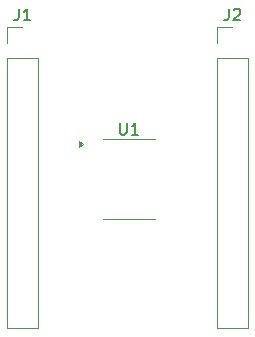
<source format=gbr>
%TF.GenerationSoftware,KiCad,Pcbnew,8.0.5*%
%TF.CreationDate,2024-09-28T17:35:52+02:00*%
%TF.ProjectId,adapterch32v003,61646170-7465-4726-9368-333276303033,rev?*%
%TF.SameCoordinates,Original*%
%TF.FileFunction,Legend,Top*%
%TF.FilePolarity,Positive*%
%FSLAX46Y46*%
G04 Gerber Fmt 4.6, Leading zero omitted, Abs format (unit mm)*
G04 Created by KiCad (PCBNEW 8.0.5) date 2024-09-28 17:35:52*
%MOMM*%
%LPD*%
G01*
G04 APERTURE LIST*
%ADD10C,0.150000*%
%ADD11C,0.120000*%
G04 APERTURE END LIST*
D10*
X16666666Y-14084819D02*
X16666666Y-14799104D01*
X16666666Y-14799104D02*
X16619047Y-14941961D01*
X16619047Y-14941961D02*
X16523809Y-15037200D01*
X16523809Y-15037200D02*
X16380952Y-15084819D01*
X16380952Y-15084819D02*
X16285714Y-15084819D01*
X17666666Y-15084819D02*
X17095238Y-15084819D01*
X17380952Y-15084819D02*
X17380952Y-14084819D01*
X17380952Y-14084819D02*
X17285714Y-14227676D01*
X17285714Y-14227676D02*
X17190476Y-14322914D01*
X17190476Y-14322914D02*
X17095238Y-14370533D01*
X34443648Y-14086753D02*
X34443648Y-14801038D01*
X34443648Y-14801038D02*
X34396029Y-14943895D01*
X34396029Y-14943895D02*
X34300791Y-15039134D01*
X34300791Y-15039134D02*
X34157934Y-15086753D01*
X34157934Y-15086753D02*
X34062696Y-15086753D01*
X34872220Y-14181991D02*
X34919839Y-14134372D01*
X34919839Y-14134372D02*
X35015077Y-14086753D01*
X35015077Y-14086753D02*
X35253172Y-14086753D01*
X35253172Y-14086753D02*
X35348410Y-14134372D01*
X35348410Y-14134372D02*
X35396029Y-14181991D01*
X35396029Y-14181991D02*
X35443648Y-14277229D01*
X35443648Y-14277229D02*
X35443648Y-14372467D01*
X35443648Y-14372467D02*
X35396029Y-14515324D01*
X35396029Y-14515324D02*
X34824601Y-15086753D01*
X34824601Y-15086753D02*
X35443648Y-15086753D01*
X25238095Y-23754819D02*
X25238095Y-24564342D01*
X25238095Y-24564342D02*
X25285714Y-24659580D01*
X25285714Y-24659580D02*
X25333333Y-24707200D01*
X25333333Y-24707200D02*
X25428571Y-24754819D01*
X25428571Y-24754819D02*
X25619047Y-24754819D01*
X25619047Y-24754819D02*
X25714285Y-24707200D01*
X25714285Y-24707200D02*
X25761904Y-24659580D01*
X25761904Y-24659580D02*
X25809523Y-24564342D01*
X25809523Y-24564342D02*
X25809523Y-23754819D01*
X26809523Y-24754819D02*
X26238095Y-24754819D01*
X26523809Y-24754819D02*
X26523809Y-23754819D01*
X26523809Y-23754819D02*
X26428571Y-23897676D01*
X26428571Y-23897676D02*
X26333333Y-23992914D01*
X26333333Y-23992914D02*
X26238095Y-24040533D01*
D11*
%TO.C,J1*%
X15670000Y-15630000D02*
X17000000Y-15630000D01*
X15670000Y-16960000D02*
X15670000Y-15630000D01*
X15670000Y-18230000D02*
X15670000Y-41150000D01*
X15670000Y-18230000D02*
X18330000Y-18230000D01*
X15670000Y-41150000D02*
X18330000Y-41150000D01*
X18330000Y-18230000D02*
X18330000Y-41150000D01*
%TO.C,J2*%
X33446982Y-15631934D02*
X34776982Y-15631934D01*
X33446982Y-16961934D02*
X33446982Y-15631934D01*
X33446982Y-18231934D02*
X33446982Y-41151934D01*
X33446982Y-18231934D02*
X36106982Y-18231934D01*
X33446982Y-41151934D02*
X36106982Y-41151934D01*
X36106982Y-18231934D02*
X36106982Y-41151934D01*
%TO.C,U1*%
X26000000Y-25115000D02*
X23800000Y-25115000D01*
X26000000Y-25115000D02*
X28200000Y-25115000D01*
X26000000Y-31885000D02*
X23800000Y-31885000D01*
X26000000Y-31885000D02*
X28200000Y-31885000D01*
X22140000Y-25575000D02*
X21810000Y-25815000D01*
X21810000Y-25335000D01*
X22140000Y-25575000D01*
G36*
X22140000Y-25575000D02*
G01*
X21810000Y-25815000D01*
X21810000Y-25335000D01*
X22140000Y-25575000D01*
G37*
%TD*%
M02*

</source>
